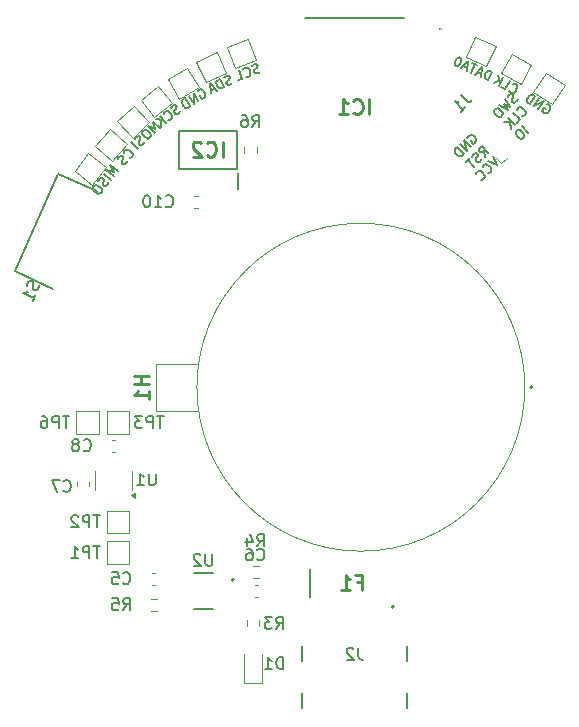
<source format=gbo>
%TF.GenerationSoftware,KiCad,Pcbnew,8.0.0*%
%TF.CreationDate,2024-03-14T21:51:16+01:00*%
%TF.ProjectId,BAT2024,42415432-3032-4342-9e6b-696361645f70,1.0*%
%TF.SameCoordinates,Original*%
%TF.FileFunction,Legend,Bot*%
%TF.FilePolarity,Positive*%
%FSLAX46Y46*%
G04 Gerber Fmt 4.6, Leading zero omitted, Abs format (unit mm)*
G04 Created by KiCad (PCBNEW 8.0.0) date 2024-03-14 21:51:16*
%MOMM*%
%LPD*%
G01*
G04 APERTURE LIST*
%ADD10C,0.200000*%
%ADD11C,0.254000*%
%ADD12C,0.150000*%
%ADD13C,0.100000*%
%ADD14C,0.120000*%
%ADD15C,0.127000*%
G04 APERTURE END LIST*
D10*
X100959984Y-34272533D02*
X101005672Y-34200638D01*
X101005672Y-34200638D02*
X101103634Y-34141776D01*
X101103634Y-34141776D02*
X101221216Y-34115569D01*
X101221216Y-34115569D02*
X101325765Y-34141636D01*
X101325765Y-34141636D02*
X101397660Y-34187323D01*
X101397660Y-34187323D02*
X101508796Y-34298319D01*
X101508796Y-34298319D02*
X101567658Y-34396281D01*
X101567658Y-34396281D02*
X101613486Y-34546517D01*
X101613486Y-34546517D02*
X101620073Y-34631446D01*
X101620073Y-34631446D02*
X101594006Y-34735995D01*
X101594006Y-34735995D02*
X101515664Y-34827510D01*
X101515664Y-34827510D02*
X101450356Y-34866751D01*
X101450356Y-34866751D02*
X101332774Y-34892959D01*
X101332774Y-34892959D02*
X101280499Y-34879925D01*
X101280499Y-34879925D02*
X101143156Y-34651347D01*
X101143156Y-34651347D02*
X101273772Y-34572865D01*
X101025854Y-35121818D02*
X100613824Y-34436084D01*
X100613824Y-34436084D02*
X100634006Y-35357264D01*
X100634006Y-35357264D02*
X100221976Y-34671530D01*
X100307467Y-35553469D02*
X99895436Y-34867735D01*
X99895436Y-34867735D02*
X99732166Y-34965837D01*
X99732166Y-34965837D02*
X99653825Y-35057353D01*
X99653825Y-35057353D02*
X99627758Y-35161902D01*
X99627758Y-35161902D02*
X99634345Y-35246830D01*
X99634345Y-35246830D02*
X99680173Y-35397067D01*
X99680173Y-35397067D02*
X99739034Y-35495029D01*
X99739034Y-35495029D02*
X99850170Y-35606024D01*
X99850170Y-35606024D02*
X99922065Y-35651712D01*
X99922065Y-35651712D02*
X100026614Y-35677779D01*
X100026614Y-35677779D02*
X100144197Y-35651571D01*
X100144197Y-35651571D02*
X100307467Y-35553469D01*
X128965111Y-37776200D02*
X128399425Y-37210515D01*
X128022302Y-37587638D02*
X127914552Y-37695388D01*
X127914552Y-37695388D02*
X127887615Y-37776200D01*
X127887615Y-37776200D02*
X127887615Y-37883950D01*
X127887615Y-37883950D02*
X127968427Y-38018637D01*
X127968427Y-38018637D02*
X128156989Y-38207198D01*
X128156989Y-38207198D02*
X128291676Y-38288011D01*
X128291676Y-38288011D02*
X128399426Y-38288011D01*
X128399426Y-38288011D02*
X128480238Y-38261073D01*
X128480238Y-38261073D02*
X128587987Y-38153324D01*
X128587987Y-38153324D02*
X128614925Y-38072511D01*
X128614925Y-38072511D02*
X128614925Y-37964762D01*
X128614925Y-37964762D02*
X128534113Y-37830075D01*
X128534113Y-37830075D02*
X128345551Y-37641513D01*
X128345551Y-37641513D02*
X128210864Y-37560701D01*
X128210864Y-37560701D02*
X128103114Y-37560701D01*
X128103114Y-37560701D02*
X128022302Y-37587638D01*
X97728503Y-37414411D02*
X97182905Y-36829328D01*
X97182905Y-36829328D02*
X97377590Y-37429111D01*
X97377590Y-37429111D02*
X96792849Y-37193061D01*
X96792849Y-37193061D02*
X97338448Y-37778144D01*
X96402794Y-37556793D02*
X96291350Y-37660717D01*
X96291350Y-37660717D02*
X96261608Y-37740540D01*
X96261608Y-37740540D02*
X96257848Y-37848224D01*
X96257848Y-37848224D02*
X96333910Y-37985649D01*
X96333910Y-37985649D02*
X96515777Y-38180677D01*
X96515777Y-38180677D02*
X96647561Y-38266140D01*
X96647561Y-38266140D02*
X96755245Y-38269901D01*
X96755245Y-38269901D02*
X96836948Y-38245800D01*
X96836948Y-38245800D02*
X96948393Y-38141876D01*
X96948393Y-38141876D02*
X96978134Y-38062054D01*
X96978134Y-38062054D02*
X96981894Y-37954370D01*
X96981894Y-37954370D02*
X96905832Y-37816944D01*
X96905832Y-37816944D02*
X96723966Y-37621917D01*
X96723966Y-37621917D02*
X96592181Y-37536453D01*
X96592181Y-37536453D02*
X96484497Y-37532693D01*
X96484497Y-37532693D02*
X96402794Y-37556793D01*
X96448773Y-38555690D02*
X96391171Y-38661494D01*
X96391171Y-38661494D02*
X96251865Y-38791399D01*
X96251865Y-38791399D02*
X96170162Y-38815499D01*
X96170162Y-38815499D02*
X96116320Y-38813619D01*
X96116320Y-38813619D02*
X96036498Y-38783878D01*
X96036498Y-38783878D02*
X95984536Y-38728156D01*
X95984536Y-38728156D02*
X95960435Y-38646452D01*
X95960435Y-38646452D02*
X95962315Y-38592610D01*
X95962315Y-38592610D02*
X95992057Y-38512788D01*
X95992057Y-38512788D02*
X96077520Y-38381003D01*
X96077520Y-38381003D02*
X96107261Y-38301180D01*
X96107261Y-38301180D02*
X96109142Y-38247338D01*
X96109142Y-38247338D02*
X96085041Y-38165635D01*
X96085041Y-38165635D02*
X96033079Y-38109913D01*
X96033079Y-38109913D02*
X95953256Y-38080172D01*
X95953256Y-38080172D02*
X95899414Y-38078291D01*
X95899414Y-38078291D02*
X95817711Y-38102392D01*
X95817711Y-38102392D02*
X95678406Y-38232296D01*
X95678406Y-38232296D02*
X95620803Y-38338100D01*
X95889671Y-39129150D02*
X95344072Y-38544067D01*
X130545869Y-35365754D02*
X130630516Y-35375301D01*
X130630516Y-35375301D02*
X130726364Y-35437546D01*
X130726364Y-35437546D02*
X130801464Y-35531739D01*
X130801464Y-35531739D02*
X130823866Y-35637134D01*
X130823866Y-35637134D02*
X130814319Y-35721781D01*
X130814319Y-35721781D02*
X130763276Y-35870327D01*
X130763276Y-35870327D02*
X130701032Y-35966175D01*
X130701032Y-35966175D02*
X130586090Y-36073224D01*
X130586090Y-36073224D02*
X130512644Y-36116375D01*
X130512644Y-36116375D02*
X130407249Y-36138777D01*
X130407249Y-36138777D02*
X130290653Y-36108482D01*
X130290653Y-36108482D02*
X130226754Y-36066986D01*
X130226754Y-36066986D02*
X130151654Y-35972792D01*
X130151654Y-35972792D02*
X130140453Y-35920094D01*
X130140453Y-35920094D02*
X130285690Y-35696449D01*
X130285690Y-35696449D02*
X130413487Y-35779442D01*
X129811412Y-35797260D02*
X130247124Y-35126323D01*
X130247124Y-35126323D02*
X129428020Y-35548282D01*
X129428020Y-35548282D02*
X129863731Y-34877345D01*
X129108527Y-35340800D02*
X129544238Y-34669864D01*
X129544238Y-34669864D02*
X129384491Y-34566123D01*
X129384491Y-34566123D02*
X129267895Y-34535828D01*
X129267895Y-34535828D02*
X129162500Y-34558231D01*
X129162500Y-34558231D02*
X129089054Y-34601381D01*
X129089054Y-34601381D02*
X128974112Y-34708430D01*
X128974112Y-34708430D02*
X128911868Y-34804278D01*
X128911868Y-34804278D02*
X128860825Y-34952824D01*
X128860825Y-34952824D02*
X128851278Y-35037471D01*
X128851278Y-35037471D02*
X128873680Y-35142866D01*
X128873680Y-35142866D02*
X128948780Y-35237060D01*
X128948780Y-35237060D02*
X129108527Y-35340800D01*
X125922616Y-39776979D02*
X126299739Y-40531227D01*
X126299739Y-40531227D02*
X125545492Y-40154103D01*
X125545492Y-41177724D02*
X125599367Y-41177724D01*
X125599367Y-41177724D02*
X125707117Y-41123849D01*
X125707117Y-41123849D02*
X125760992Y-41069974D01*
X125760992Y-41069974D02*
X125814866Y-40962225D01*
X125814866Y-40962225D02*
X125814866Y-40854475D01*
X125814866Y-40854475D02*
X125787929Y-40773663D01*
X125787929Y-40773663D02*
X125707117Y-40638976D01*
X125707117Y-40638976D02*
X125626305Y-40558164D01*
X125626305Y-40558164D02*
X125491618Y-40477352D01*
X125491618Y-40477352D02*
X125410805Y-40450414D01*
X125410805Y-40450414D02*
X125303056Y-40450414D01*
X125303056Y-40450414D02*
X125195306Y-40504289D01*
X125195306Y-40504289D02*
X125141431Y-40558164D01*
X125141431Y-40558164D02*
X125087557Y-40665913D01*
X125087557Y-40665913D02*
X125087557Y-40719788D01*
X124979807Y-41743409D02*
X125033682Y-41743409D01*
X125033682Y-41743409D02*
X125141431Y-41689535D01*
X125141431Y-41689535D02*
X125195306Y-41635660D01*
X125195306Y-41635660D02*
X125249181Y-41527910D01*
X125249181Y-41527910D02*
X125249181Y-41420161D01*
X125249181Y-41420161D02*
X125222244Y-41339348D01*
X125222244Y-41339348D02*
X125141431Y-41204661D01*
X125141431Y-41204661D02*
X125060619Y-41123849D01*
X125060619Y-41123849D02*
X124925932Y-41043037D01*
X124925932Y-41043037D02*
X124845120Y-41016100D01*
X124845120Y-41016100D02*
X124737370Y-41016100D01*
X124737370Y-41016100D02*
X124629621Y-41069974D01*
X124629621Y-41069974D02*
X124575746Y-41123849D01*
X124575746Y-41123849D02*
X124521871Y-41231599D01*
X124521871Y-41231599D02*
X124521871Y-41285474D01*
X103893605Y-33571336D02*
X103805407Y-33653394D01*
X103805407Y-33653394D02*
X103632081Y-33732383D01*
X103632081Y-33732383D02*
X103546953Y-33729314D01*
X103546953Y-33729314D02*
X103496490Y-33710447D01*
X103496490Y-33710447D02*
X103430229Y-33656914D01*
X103430229Y-33656914D02*
X103398633Y-33587584D01*
X103398633Y-33587584D02*
X103401703Y-33502455D01*
X103401703Y-33502455D02*
X103420570Y-33451992D01*
X103420570Y-33451992D02*
X103474103Y-33385732D01*
X103474103Y-33385732D02*
X103596966Y-33287875D01*
X103596966Y-33287875D02*
X103650498Y-33221614D01*
X103650498Y-33221614D02*
X103669366Y-33171151D01*
X103669366Y-33171151D02*
X103672435Y-33086023D01*
X103672435Y-33086023D02*
X103640839Y-33016693D01*
X103640839Y-33016693D02*
X103574578Y-32963160D01*
X103574578Y-32963160D02*
X103524115Y-32944293D01*
X103524115Y-32944293D02*
X103438987Y-32941223D01*
X103438987Y-32941223D02*
X103265661Y-33020212D01*
X103265661Y-33020212D02*
X103177464Y-33102271D01*
X103181433Y-33937755D02*
X102849679Y-33209786D01*
X102849679Y-33209786D02*
X102676353Y-33288776D01*
X102676353Y-33288776D02*
X102588155Y-33370834D01*
X102588155Y-33370834D02*
X102550420Y-33471760D01*
X102550420Y-33471760D02*
X102547351Y-33556889D01*
X102547351Y-33556889D02*
X102575877Y-33711347D01*
X102575877Y-33711347D02*
X102623271Y-33815343D01*
X102623271Y-33815343D02*
X102721127Y-33938206D01*
X102721127Y-33938206D02*
X102787388Y-33991738D01*
X102787388Y-33991738D02*
X102888314Y-34029473D01*
X102888314Y-34029473D02*
X103008107Y-34016745D01*
X103008107Y-34016745D02*
X103181433Y-33937755D01*
X102393343Y-34045721D02*
X102046691Y-34203699D01*
X102557460Y-34222117D02*
X101983049Y-33604732D01*
X101983049Y-33604732D02*
X102072147Y-34443286D01*
X106218882Y-32606956D02*
X106125839Y-32683477D01*
X106125839Y-32683477D02*
X105948014Y-32751738D01*
X105948014Y-32751738D02*
X105863232Y-32743477D01*
X105863232Y-32743477D02*
X105814015Y-32721564D01*
X105814015Y-32721564D02*
X105751146Y-32664086D01*
X105751146Y-32664086D02*
X105723841Y-32592956D01*
X105723841Y-32592956D02*
X105732102Y-32508174D01*
X105732102Y-32508174D02*
X105754015Y-32458957D01*
X105754015Y-32458957D02*
X105811493Y-32396088D01*
X105811493Y-32396088D02*
X105940101Y-32305915D01*
X105940101Y-32305915D02*
X105997578Y-32243045D01*
X105997578Y-32243045D02*
X106019491Y-32193828D01*
X106019491Y-32193828D02*
X106027752Y-32109046D01*
X106027752Y-32109046D02*
X106000448Y-32037916D01*
X106000448Y-32037916D02*
X105937579Y-31980439D01*
X105937579Y-31980439D02*
X105888361Y-31958526D01*
X105888361Y-31958526D02*
X105803579Y-31950265D01*
X105803579Y-31950265D02*
X105625755Y-32018525D01*
X105625755Y-32018525D02*
X105532712Y-32095047D01*
X105031585Y-33021911D02*
X105080802Y-33043824D01*
X105080802Y-33043824D02*
X105201149Y-33038432D01*
X105201149Y-33038432D02*
X105272279Y-33011128D01*
X105272279Y-33011128D02*
X105365322Y-32934607D01*
X105365322Y-32934607D02*
X105409148Y-32836172D01*
X105409148Y-32836172D02*
X105417409Y-32751390D01*
X105417409Y-32751390D02*
X105398365Y-32595478D01*
X105398365Y-32595478D02*
X105357409Y-32488784D01*
X105357409Y-32488784D02*
X105267235Y-32360176D01*
X105267235Y-32360176D02*
X105204366Y-32302698D01*
X105204366Y-32302698D02*
X105105932Y-32258872D01*
X105105932Y-32258872D02*
X104985585Y-32264264D01*
X104985585Y-32264264D02*
X104914455Y-32291568D01*
X104914455Y-32291568D02*
X104821412Y-32368089D01*
X104821412Y-32368089D02*
X104799499Y-32417306D01*
X104383155Y-33352431D02*
X104738805Y-33215910D01*
X104738805Y-33215910D02*
X104452110Y-32469045D01*
X99482680Y-35971308D02*
X99416076Y-36071689D01*
X99416076Y-36071689D02*
X99265978Y-36188958D01*
X99265978Y-36188958D02*
X99182486Y-36205846D01*
X99182486Y-36205846D02*
X99129012Y-36199280D01*
X99129012Y-36199280D02*
X99052085Y-36162695D01*
X99052085Y-36162695D02*
X99005178Y-36102656D01*
X99005178Y-36102656D02*
X98988290Y-36019164D01*
X98988290Y-36019164D02*
X98994856Y-35965690D01*
X98994856Y-35965690D02*
X99031441Y-35888763D01*
X99031441Y-35888763D02*
X99128065Y-35764929D01*
X99128065Y-35764929D02*
X99164650Y-35688002D01*
X99164650Y-35688002D02*
X99171216Y-35634529D01*
X99171216Y-35634529D02*
X99154327Y-35551036D01*
X99154327Y-35551036D02*
X99107420Y-35490997D01*
X99107420Y-35490997D02*
X99030493Y-35454412D01*
X99030493Y-35454412D02*
X98977020Y-35447846D01*
X98977020Y-35447846D02*
X98893527Y-35464734D01*
X98893527Y-35464734D02*
X98743430Y-35582003D01*
X98743430Y-35582003D02*
X98676825Y-35682384D01*
X98468584Y-36715264D02*
X98522057Y-36721829D01*
X98522057Y-36721829D02*
X98635570Y-36681487D01*
X98635570Y-36681487D02*
X98695608Y-36634580D01*
X98695608Y-36634580D02*
X98762213Y-36534199D01*
X98762213Y-36534199D02*
X98775344Y-36427253D01*
X98775344Y-36427253D02*
X98758456Y-36343760D01*
X98758456Y-36343760D02*
X98694661Y-36200228D01*
X98694661Y-36200228D02*
X98624299Y-36110170D01*
X98624299Y-36110170D02*
X98500465Y-36013546D01*
X98500465Y-36013546D02*
X98423538Y-35976961D01*
X98423538Y-35976961D02*
X98316591Y-35963829D01*
X98316591Y-35963829D02*
X98203079Y-36004171D01*
X98203079Y-36004171D02*
X98143040Y-36051079D01*
X98143040Y-36051079D02*
X98076436Y-36151459D01*
X98076436Y-36151459D02*
X98069870Y-36204933D01*
X98245317Y-36986386D02*
X97752787Y-36355978D01*
X97885083Y-37267832D02*
X97873813Y-36696514D01*
X97392554Y-36637423D02*
X98034233Y-36716211D01*
X125554806Y-33346112D02*
X125880195Y-32615276D01*
X125880195Y-32615276D02*
X125706186Y-32537802D01*
X125706186Y-32537802D02*
X125586286Y-32526119D01*
X125586286Y-32526119D02*
X125485694Y-32564733D01*
X125485694Y-32564733D02*
X125419902Y-32618842D01*
X125419902Y-32618842D02*
X125323122Y-32742554D01*
X125323122Y-32742554D02*
X125276638Y-32846960D01*
X125276638Y-32846960D02*
X125249460Y-33001661D01*
X125249460Y-33001661D02*
X125253273Y-33086759D01*
X125253273Y-33086759D02*
X125291887Y-33187352D01*
X125291887Y-33187352D02*
X125380797Y-33268638D01*
X125380797Y-33268638D02*
X125554806Y-33346112D01*
X124951740Y-32827407D02*
X124603722Y-32672460D01*
X124928375Y-33067207D02*
X125010152Y-32227907D01*
X125010152Y-32227907D02*
X124441150Y-32850281D01*
X124627333Y-32057465D02*
X124209712Y-31871529D01*
X124093133Y-32695333D02*
X124418523Y-31964497D01*
X123768481Y-32300586D02*
X123420463Y-32145639D01*
X123745116Y-32540386D02*
X123826893Y-31701087D01*
X123826893Y-31701087D02*
X123257892Y-32323460D01*
X123200462Y-31422182D02*
X123130859Y-31391192D01*
X123130859Y-31391192D02*
X123045760Y-31395004D01*
X123045760Y-31395004D02*
X122995464Y-31414311D01*
X122995464Y-31414311D02*
X122929673Y-31468420D01*
X122929673Y-31468420D02*
X122832892Y-31592132D01*
X122832892Y-31592132D02*
X122755418Y-31766141D01*
X122755418Y-31766141D02*
X122728241Y-31920843D01*
X122728241Y-31920843D02*
X122732054Y-32005941D01*
X122732054Y-32005941D02*
X122751361Y-32056237D01*
X122751361Y-32056237D02*
X122805469Y-32122028D01*
X122805469Y-32122028D02*
X122875073Y-32153018D01*
X122875073Y-32153018D02*
X122960171Y-32149206D01*
X122960171Y-32149206D02*
X123010467Y-32129899D01*
X123010467Y-32129899D02*
X123076259Y-32075790D01*
X123076259Y-32075790D02*
X123173039Y-31952078D01*
X123173039Y-31952078D02*
X123250513Y-31778069D01*
X123250513Y-31778069D02*
X123277690Y-31623367D01*
X123277690Y-31623367D02*
X123273878Y-31538269D01*
X123273878Y-31538269D02*
X123254571Y-31487973D01*
X123254571Y-31487973D02*
X123200462Y-31422182D01*
X123797861Y-38190973D02*
X123824799Y-38110160D01*
X123824799Y-38110160D02*
X123905611Y-38029348D01*
X123905611Y-38029348D02*
X124013360Y-37975473D01*
X124013360Y-37975473D02*
X124121110Y-37975473D01*
X124121110Y-37975473D02*
X124201922Y-38002411D01*
X124201922Y-38002411D02*
X124336609Y-38083223D01*
X124336609Y-38083223D02*
X124417421Y-38164035D01*
X124417421Y-38164035D02*
X124498234Y-38298722D01*
X124498234Y-38298722D02*
X124525171Y-38379534D01*
X124525171Y-38379534D02*
X124525171Y-38487284D01*
X124525171Y-38487284D02*
X124471296Y-38595034D01*
X124471296Y-38595034D02*
X124417421Y-38648908D01*
X124417421Y-38648908D02*
X124309672Y-38702783D01*
X124309672Y-38702783D02*
X124255797Y-38702783D01*
X124255797Y-38702783D02*
X124067235Y-38514221D01*
X124067235Y-38514221D02*
X124174985Y-38406472D01*
X124067235Y-38999095D02*
X123501550Y-38433409D01*
X123501550Y-38433409D02*
X123743986Y-39322344D01*
X123743986Y-39322344D02*
X123178301Y-38756658D01*
X123474613Y-39591717D02*
X122908927Y-39026032D01*
X122908927Y-39026032D02*
X122774240Y-39160719D01*
X122774240Y-39160719D02*
X122720365Y-39268469D01*
X122720365Y-39268469D02*
X122720365Y-39376218D01*
X122720365Y-39376218D02*
X122747303Y-39457030D01*
X122747303Y-39457030D02*
X122828115Y-39591717D01*
X122828115Y-39591717D02*
X122908927Y-39672530D01*
X122908927Y-39672530D02*
X123043614Y-39753342D01*
X123043614Y-39753342D02*
X123124426Y-39780279D01*
X123124426Y-39780279D02*
X123232176Y-39780279D01*
X123232176Y-39780279D02*
X123339926Y-39726404D01*
X123339926Y-39726404D02*
X123474613Y-39591717D01*
X128446566Y-36348517D02*
X128500441Y-36348517D01*
X128500441Y-36348517D02*
X128608191Y-36294642D01*
X128608191Y-36294642D02*
X128662065Y-36240768D01*
X128662065Y-36240768D02*
X128715940Y-36133018D01*
X128715940Y-36133018D02*
X128715940Y-36025268D01*
X128715940Y-36025268D02*
X128689003Y-35944456D01*
X128689003Y-35944456D02*
X128608191Y-35809769D01*
X128608191Y-35809769D02*
X128527378Y-35728957D01*
X128527378Y-35728957D02*
X128392691Y-35648145D01*
X128392691Y-35648145D02*
X128311879Y-35621207D01*
X128311879Y-35621207D02*
X128204130Y-35621207D01*
X128204130Y-35621207D02*
X128096380Y-35675082D01*
X128096380Y-35675082D02*
X128042505Y-35728957D01*
X128042505Y-35728957D02*
X127988630Y-35836707D01*
X127988630Y-35836707D02*
X127988630Y-35890581D01*
X127988630Y-36914203D02*
X128258004Y-36644829D01*
X128258004Y-36644829D02*
X127692319Y-36079143D01*
X127800069Y-37102764D02*
X127234383Y-36537079D01*
X127476820Y-37426013D02*
X127396008Y-36860328D01*
X126911134Y-36860328D02*
X127557632Y-36860328D01*
X128045873Y-34964608D02*
X127991998Y-35072358D01*
X127991998Y-35072358D02*
X127857311Y-35207045D01*
X127857311Y-35207045D02*
X127776499Y-35233982D01*
X127776499Y-35233982D02*
X127722624Y-35233982D01*
X127722624Y-35233982D02*
X127641812Y-35207045D01*
X127641812Y-35207045D02*
X127587937Y-35153170D01*
X127587937Y-35153170D02*
X127561000Y-35072358D01*
X127561000Y-35072358D02*
X127561000Y-35018483D01*
X127561000Y-35018483D02*
X127587937Y-34937671D01*
X127587937Y-34937671D02*
X127668749Y-34802984D01*
X127668749Y-34802984D02*
X127695687Y-34722172D01*
X127695687Y-34722172D02*
X127695687Y-34668297D01*
X127695687Y-34668297D02*
X127668749Y-34587485D01*
X127668749Y-34587485D02*
X127614874Y-34533610D01*
X127614874Y-34533610D02*
X127534062Y-34506673D01*
X127534062Y-34506673D02*
X127480187Y-34506673D01*
X127480187Y-34506673D02*
X127399375Y-34533610D01*
X127399375Y-34533610D02*
X127264688Y-34668297D01*
X127264688Y-34668297D02*
X127210813Y-34776047D01*
X126995314Y-34937671D02*
X127426312Y-35638044D01*
X127426312Y-35638044D02*
X126914502Y-35341732D01*
X126914502Y-35341732D02*
X127210813Y-35853543D01*
X127210813Y-35853543D02*
X126510441Y-35422544D01*
X126187192Y-35745793D02*
X126079442Y-35853543D01*
X126079442Y-35853543D02*
X126052505Y-35934355D01*
X126052505Y-35934355D02*
X126052505Y-36042105D01*
X126052505Y-36042105D02*
X126133317Y-36176792D01*
X126133317Y-36176792D02*
X126321879Y-36365354D01*
X126321879Y-36365354D02*
X126456566Y-36446166D01*
X126456566Y-36446166D02*
X126564315Y-36446166D01*
X126564315Y-36446166D02*
X126645128Y-36419228D01*
X126645128Y-36419228D02*
X126752877Y-36311479D01*
X126752877Y-36311479D02*
X126779815Y-36230667D01*
X126779815Y-36230667D02*
X126779815Y-36122917D01*
X126779815Y-36122917D02*
X126699002Y-35988230D01*
X126699002Y-35988230D02*
X126510441Y-35799668D01*
X126510441Y-35799668D02*
X126375754Y-35718856D01*
X126375754Y-35718856D02*
X126268004Y-35718856D01*
X126268004Y-35718856D02*
X126187192Y-35745793D01*
X94188879Y-41026254D02*
X93558471Y-40533725D01*
X93558471Y-40533725D02*
X93844586Y-41095668D01*
X93844586Y-41095668D02*
X93230118Y-40953997D01*
X93230118Y-40953997D02*
X93860527Y-41446527D01*
X93625989Y-41746721D02*
X92995580Y-41254192D01*
X93384886Y-41993442D02*
X93344544Y-42106955D01*
X93344544Y-42106955D02*
X93227275Y-42257052D01*
X93227275Y-42257052D02*
X93150348Y-42293637D01*
X93150348Y-42293637D02*
X93096875Y-42300203D01*
X93096875Y-42300203D02*
X93013382Y-42283315D01*
X93013382Y-42283315D02*
X92953343Y-42236407D01*
X92953343Y-42236407D02*
X92916758Y-42159480D01*
X92916758Y-42159480D02*
X92910192Y-42106007D01*
X92910192Y-42106007D02*
X92927080Y-42022514D01*
X92927080Y-42022514D02*
X92990876Y-41878983D01*
X92990876Y-41878983D02*
X93007764Y-41795490D01*
X93007764Y-41795490D02*
X93001198Y-41742017D01*
X93001198Y-41742017D02*
X92964613Y-41665090D01*
X92964613Y-41665090D02*
X92904574Y-41618182D01*
X92904574Y-41618182D02*
X92821082Y-41601294D01*
X92821082Y-41601294D02*
X92767608Y-41607860D01*
X92767608Y-41607860D02*
X92690681Y-41644445D01*
X92690681Y-41644445D02*
X92573412Y-41794542D01*
X92573412Y-41794542D02*
X92533071Y-41908054D01*
X92198152Y-42274854D02*
X92104337Y-42394931D01*
X92104337Y-42394931D02*
X92087449Y-42478424D01*
X92087449Y-42478424D02*
X92100580Y-42585371D01*
X92100580Y-42585371D02*
X92197204Y-42709205D01*
X92197204Y-42709205D02*
X92407340Y-42873382D01*
X92407340Y-42873382D02*
X92550872Y-42937177D01*
X92550872Y-42937177D02*
X92657818Y-42924046D01*
X92657818Y-42924046D02*
X92734745Y-42887461D01*
X92734745Y-42887461D02*
X92828561Y-42767383D01*
X92828561Y-42767383D02*
X92845449Y-42683890D01*
X92845449Y-42683890D02*
X92832317Y-42576944D01*
X92832317Y-42576944D02*
X92735693Y-42453109D01*
X92735693Y-42453109D02*
X92525557Y-42288933D01*
X92525557Y-42288933D02*
X92382025Y-42225137D01*
X92382025Y-42225137D02*
X92275079Y-42238268D01*
X92275079Y-42238268D02*
X92198152Y-42274854D01*
X127331917Y-34206122D02*
X127346767Y-34257910D01*
X127346767Y-34257910D02*
X127428254Y-34346635D01*
X127428254Y-34346635D02*
X127494892Y-34383573D01*
X127494892Y-34383573D02*
X127613317Y-34405661D01*
X127613317Y-34405661D02*
X127716893Y-34375961D01*
X127716893Y-34375961D02*
X127787150Y-34327793D01*
X127787150Y-34327793D02*
X127894344Y-34212986D01*
X127894344Y-34212986D02*
X127949751Y-34113030D01*
X127949751Y-34113030D02*
X127990308Y-33961285D01*
X127990308Y-33961285D02*
X127993927Y-33876179D01*
X127993927Y-33876179D02*
X127964227Y-33772603D01*
X127964227Y-33772603D02*
X127882740Y-33683878D01*
X127882740Y-33683878D02*
X127816102Y-33646940D01*
X127816102Y-33646940D02*
X127697676Y-33624852D01*
X127697676Y-33624852D02*
X127645889Y-33639702D01*
X126661921Y-33921850D02*
X126995109Y-34106539D01*
X126995109Y-34106539D02*
X127382957Y-33406843D01*
X126428689Y-33792567D02*
X126816537Y-33092872D01*
X126028863Y-33570940D02*
X126550360Y-33337334D01*
X126416710Y-32871244D02*
X126594909Y-33492698D01*
X95190712Y-39927320D02*
X95244513Y-39924500D01*
X95244513Y-39924500D02*
X95349296Y-39865060D01*
X95349296Y-39865060D02*
X95400277Y-39808439D01*
X95400277Y-39808439D02*
X95448439Y-39698018D01*
X95448439Y-39698018D02*
X95442800Y-39590416D01*
X95442800Y-39590416D02*
X95411670Y-39511124D01*
X95411670Y-39511124D02*
X95323919Y-39380851D01*
X95323919Y-39380851D02*
X95238989Y-39304379D01*
X95238989Y-39304379D02*
X95100257Y-39230727D01*
X95100257Y-39230727D02*
X95018146Y-39208056D01*
X95018146Y-39208056D02*
X94910544Y-39213695D01*
X94910544Y-39213695D02*
X94805761Y-39273135D01*
X94805761Y-39273135D02*
X94754780Y-39329755D01*
X94754780Y-39329755D02*
X94706618Y-39440177D01*
X94706618Y-39440177D02*
X94709438Y-39493978D01*
X95015097Y-40179293D02*
X94966935Y-40289714D01*
X94966935Y-40289714D02*
X94839482Y-40431266D01*
X94839482Y-40431266D02*
X94760190Y-40462395D01*
X94760190Y-40462395D02*
X94706389Y-40465215D01*
X94706389Y-40465215D02*
X94624278Y-40442544D01*
X94624278Y-40442544D02*
X94567657Y-40391563D01*
X94567657Y-40391563D02*
X94536528Y-40312271D01*
X94536528Y-40312271D02*
X94533708Y-40258470D01*
X94533708Y-40258470D02*
X94556379Y-40176359D01*
X94556379Y-40176359D02*
X94630032Y-40037627D01*
X94630032Y-40037627D02*
X94652703Y-39955516D01*
X94652703Y-39955516D02*
X94649883Y-39901715D01*
X94649883Y-39901715D02*
X94618753Y-39822423D01*
X94618753Y-39822423D02*
X94562133Y-39771442D01*
X94562133Y-39771442D02*
X94480021Y-39748770D01*
X94480021Y-39748770D02*
X94426220Y-39751590D01*
X94426220Y-39751590D02*
X94346929Y-39782720D01*
X94346929Y-39782720D02*
X94219475Y-39924271D01*
X94219475Y-39924271D02*
X94171314Y-40034693D01*
X125252482Y-39793747D02*
X125171669Y-39335812D01*
X125575730Y-39470499D02*
X125010045Y-38904813D01*
X125010045Y-38904813D02*
X124794546Y-39120312D01*
X124794546Y-39120312D02*
X124767608Y-39201125D01*
X124767608Y-39201125D02*
X124767608Y-39254999D01*
X124767608Y-39254999D02*
X124794546Y-39335812D01*
X124794546Y-39335812D02*
X124875358Y-39416624D01*
X124875358Y-39416624D02*
X124956170Y-39443561D01*
X124956170Y-39443561D02*
X125010045Y-39443561D01*
X125010045Y-39443561D02*
X125090857Y-39416624D01*
X125090857Y-39416624D02*
X125306356Y-39201125D01*
X125010045Y-39982309D02*
X124956170Y-40090059D01*
X124956170Y-40090059D02*
X124821483Y-40224746D01*
X124821483Y-40224746D02*
X124740671Y-40251683D01*
X124740671Y-40251683D02*
X124686796Y-40251683D01*
X124686796Y-40251683D02*
X124605984Y-40224746D01*
X124605984Y-40224746D02*
X124552109Y-40170871D01*
X124552109Y-40170871D02*
X124525172Y-40090059D01*
X124525172Y-40090059D02*
X124525172Y-40036184D01*
X124525172Y-40036184D02*
X124552109Y-39955372D01*
X124552109Y-39955372D02*
X124632921Y-39820685D01*
X124632921Y-39820685D02*
X124659859Y-39739873D01*
X124659859Y-39739873D02*
X124659859Y-39685998D01*
X124659859Y-39685998D02*
X124632921Y-39605186D01*
X124632921Y-39605186D02*
X124579046Y-39551311D01*
X124579046Y-39551311D02*
X124498234Y-39524373D01*
X124498234Y-39524373D02*
X124444359Y-39524373D01*
X124444359Y-39524373D02*
X124363547Y-39551311D01*
X124363547Y-39551311D02*
X124228860Y-39685998D01*
X124228860Y-39685998D02*
X124174985Y-39793747D01*
X123986423Y-39928435D02*
X123663175Y-40251683D01*
X124390485Y-40655744D02*
X123824799Y-40090059D01*
D11*
X96802318Y-58360380D02*
X95532318Y-58360380D01*
X96137080Y-58360380D02*
X96137080Y-59086095D01*
X96802318Y-59086095D02*
X95532318Y-59086095D01*
X96802318Y-60356095D02*
X96802318Y-59630380D01*
X96802318Y-59993237D02*
X95532318Y-59993237D01*
X95532318Y-59993237D02*
X95713746Y-59872285D01*
X95713746Y-59872285D02*
X95834699Y-59751333D01*
X95834699Y-59751333D02*
X95895175Y-59630380D01*
D12*
X97389904Y-66645319D02*
X97389904Y-67454842D01*
X97389904Y-67454842D02*
X97342285Y-67550080D01*
X97342285Y-67550080D02*
X97294666Y-67597700D01*
X97294666Y-67597700D02*
X97199428Y-67645319D01*
X97199428Y-67645319D02*
X97008952Y-67645319D01*
X97008952Y-67645319D02*
X96913714Y-67597700D01*
X96913714Y-67597700D02*
X96866095Y-67550080D01*
X96866095Y-67550080D02*
X96818476Y-67454842D01*
X96818476Y-67454842D02*
X96818476Y-66645319D01*
X95818476Y-67645319D02*
X96389904Y-67645319D01*
X96104190Y-67645319D02*
X96104190Y-66645319D01*
X96104190Y-66645319D02*
X96199428Y-66788176D01*
X96199428Y-66788176D02*
X96294666Y-66883414D01*
X96294666Y-66883414D02*
X96389904Y-66931033D01*
X91294666Y-64637580D02*
X91342285Y-64685200D01*
X91342285Y-64685200D02*
X91485142Y-64732819D01*
X91485142Y-64732819D02*
X91580380Y-64732819D01*
X91580380Y-64732819D02*
X91723237Y-64685200D01*
X91723237Y-64685200D02*
X91818475Y-64589961D01*
X91818475Y-64589961D02*
X91866094Y-64494723D01*
X91866094Y-64494723D02*
X91913713Y-64304247D01*
X91913713Y-64304247D02*
X91913713Y-64161390D01*
X91913713Y-64161390D02*
X91866094Y-63970914D01*
X91866094Y-63970914D02*
X91818475Y-63875676D01*
X91818475Y-63875676D02*
X91723237Y-63780438D01*
X91723237Y-63780438D02*
X91580380Y-63732819D01*
X91580380Y-63732819D02*
X91485142Y-63732819D01*
X91485142Y-63732819D02*
X91342285Y-63780438D01*
X91342285Y-63780438D02*
X91294666Y-63828057D01*
X90723237Y-64161390D02*
X90818475Y-64113771D01*
X90818475Y-64113771D02*
X90866094Y-64066152D01*
X90866094Y-64066152D02*
X90913713Y-63970914D01*
X90913713Y-63970914D02*
X90913713Y-63923295D01*
X90913713Y-63923295D02*
X90866094Y-63828057D01*
X90866094Y-63828057D02*
X90818475Y-63780438D01*
X90818475Y-63780438D02*
X90723237Y-63732819D01*
X90723237Y-63732819D02*
X90532761Y-63732819D01*
X90532761Y-63732819D02*
X90437523Y-63780438D01*
X90437523Y-63780438D02*
X90389904Y-63828057D01*
X90389904Y-63828057D02*
X90342285Y-63923295D01*
X90342285Y-63923295D02*
X90342285Y-63970914D01*
X90342285Y-63970914D02*
X90389904Y-64066152D01*
X90389904Y-64066152D02*
X90437523Y-64113771D01*
X90437523Y-64113771D02*
X90532761Y-64161390D01*
X90532761Y-64161390D02*
X90723237Y-64161390D01*
X90723237Y-64161390D02*
X90818475Y-64209009D01*
X90818475Y-64209009D02*
X90866094Y-64256628D01*
X90866094Y-64256628D02*
X90913713Y-64351866D01*
X90913713Y-64351866D02*
X90913713Y-64542342D01*
X90913713Y-64542342D02*
X90866094Y-64637580D01*
X90866094Y-64637580D02*
X90818475Y-64685200D01*
X90818475Y-64685200D02*
X90723237Y-64732819D01*
X90723237Y-64732819D02*
X90532761Y-64732819D01*
X90532761Y-64732819D02*
X90437523Y-64685200D01*
X90437523Y-64685200D02*
X90389904Y-64637580D01*
X90389904Y-64637580D02*
X90342285Y-64542342D01*
X90342285Y-64542342D02*
X90342285Y-64351866D01*
X90342285Y-64351866D02*
X90389904Y-64256628D01*
X90389904Y-64256628D02*
X90437523Y-64209009D01*
X90437523Y-64209009D02*
X90532761Y-64161390D01*
X98270857Y-43987580D02*
X98318476Y-44035200D01*
X98318476Y-44035200D02*
X98461333Y-44082819D01*
X98461333Y-44082819D02*
X98556571Y-44082819D01*
X98556571Y-44082819D02*
X98699428Y-44035200D01*
X98699428Y-44035200D02*
X98794666Y-43939961D01*
X98794666Y-43939961D02*
X98842285Y-43844723D01*
X98842285Y-43844723D02*
X98889904Y-43654247D01*
X98889904Y-43654247D02*
X98889904Y-43511390D01*
X98889904Y-43511390D02*
X98842285Y-43320914D01*
X98842285Y-43320914D02*
X98794666Y-43225676D01*
X98794666Y-43225676D02*
X98699428Y-43130438D01*
X98699428Y-43130438D02*
X98556571Y-43082819D01*
X98556571Y-43082819D02*
X98461333Y-43082819D01*
X98461333Y-43082819D02*
X98318476Y-43130438D01*
X98318476Y-43130438D02*
X98270857Y-43178057D01*
X97318476Y-44082819D02*
X97889904Y-44082819D01*
X97604190Y-44082819D02*
X97604190Y-43082819D01*
X97604190Y-43082819D02*
X97699428Y-43225676D01*
X97699428Y-43225676D02*
X97794666Y-43320914D01*
X97794666Y-43320914D02*
X97889904Y-43368533D01*
X96699428Y-43082819D02*
X96604190Y-43082819D01*
X96604190Y-43082819D02*
X96508952Y-43130438D01*
X96508952Y-43130438D02*
X96461333Y-43178057D01*
X96461333Y-43178057D02*
X96413714Y-43273295D01*
X96413714Y-43273295D02*
X96366095Y-43463771D01*
X96366095Y-43463771D02*
X96366095Y-43701866D01*
X96366095Y-43701866D02*
X96413714Y-43892342D01*
X96413714Y-43892342D02*
X96461333Y-43987580D01*
X96461333Y-43987580D02*
X96508952Y-44035200D01*
X96508952Y-44035200D02*
X96604190Y-44082819D01*
X96604190Y-44082819D02*
X96699428Y-44082819D01*
X96699428Y-44082819D02*
X96794666Y-44035200D01*
X96794666Y-44035200D02*
X96842285Y-43987580D01*
X96842285Y-43987580D02*
X96889904Y-43892342D01*
X96889904Y-43892342D02*
X96937523Y-43701866D01*
X96937523Y-43701866D02*
X96937523Y-43463771D01*
X96937523Y-43463771D02*
X96889904Y-43273295D01*
X96889904Y-43273295D02*
X96842285Y-43178057D01*
X96842285Y-43178057D02*
X96794666Y-43130438D01*
X96794666Y-43130438D02*
X96699428Y-43082819D01*
X90089904Y-61782819D02*
X89518476Y-61782819D01*
X89804190Y-62782819D02*
X89804190Y-61782819D01*
X89185142Y-62782819D02*
X89185142Y-61782819D01*
X89185142Y-61782819D02*
X88804190Y-61782819D01*
X88804190Y-61782819D02*
X88708952Y-61830438D01*
X88708952Y-61830438D02*
X88661333Y-61878057D01*
X88661333Y-61878057D02*
X88613714Y-61973295D01*
X88613714Y-61973295D02*
X88613714Y-62116152D01*
X88613714Y-62116152D02*
X88661333Y-62211390D01*
X88661333Y-62211390D02*
X88708952Y-62259009D01*
X88708952Y-62259009D02*
X88804190Y-62306628D01*
X88804190Y-62306628D02*
X89185142Y-62306628D01*
X87756571Y-61782819D02*
X87947047Y-61782819D01*
X87947047Y-61782819D02*
X88042285Y-61830438D01*
X88042285Y-61830438D02*
X88089904Y-61878057D01*
X88089904Y-61878057D02*
X88185142Y-62020914D01*
X88185142Y-62020914D02*
X88232761Y-62211390D01*
X88232761Y-62211390D02*
X88232761Y-62592342D01*
X88232761Y-62592342D02*
X88185142Y-62687580D01*
X88185142Y-62687580D02*
X88137523Y-62735200D01*
X88137523Y-62735200D02*
X88042285Y-62782819D01*
X88042285Y-62782819D02*
X87851809Y-62782819D01*
X87851809Y-62782819D02*
X87756571Y-62735200D01*
X87756571Y-62735200D02*
X87708952Y-62687580D01*
X87708952Y-62687580D02*
X87661333Y-62592342D01*
X87661333Y-62592342D02*
X87661333Y-62354247D01*
X87661333Y-62354247D02*
X87708952Y-62259009D01*
X87708952Y-62259009D02*
X87756571Y-62211390D01*
X87756571Y-62211390D02*
X87851809Y-62163771D01*
X87851809Y-62163771D02*
X88042285Y-62163771D01*
X88042285Y-62163771D02*
X88137523Y-62211390D01*
X88137523Y-62211390D02*
X88185142Y-62259009D01*
X88185142Y-62259009D02*
X88232761Y-62354247D01*
X89594666Y-68087580D02*
X89642285Y-68135200D01*
X89642285Y-68135200D02*
X89785142Y-68182819D01*
X89785142Y-68182819D02*
X89880380Y-68182819D01*
X89880380Y-68182819D02*
X90023237Y-68135200D01*
X90023237Y-68135200D02*
X90118475Y-68039961D01*
X90118475Y-68039961D02*
X90166094Y-67944723D01*
X90166094Y-67944723D02*
X90213713Y-67754247D01*
X90213713Y-67754247D02*
X90213713Y-67611390D01*
X90213713Y-67611390D02*
X90166094Y-67420914D01*
X90166094Y-67420914D02*
X90118475Y-67325676D01*
X90118475Y-67325676D02*
X90023237Y-67230438D01*
X90023237Y-67230438D02*
X89880380Y-67182819D01*
X89880380Y-67182819D02*
X89785142Y-67182819D01*
X89785142Y-67182819D02*
X89642285Y-67230438D01*
X89642285Y-67230438D02*
X89594666Y-67278057D01*
X89261332Y-67182819D02*
X88594666Y-67182819D01*
X88594666Y-67182819D02*
X89023237Y-68182819D01*
X92689904Y-70182819D02*
X92118476Y-70182819D01*
X92404190Y-71182819D02*
X92404190Y-70182819D01*
X91785142Y-71182819D02*
X91785142Y-70182819D01*
X91785142Y-70182819D02*
X91404190Y-70182819D01*
X91404190Y-70182819D02*
X91308952Y-70230438D01*
X91308952Y-70230438D02*
X91261333Y-70278057D01*
X91261333Y-70278057D02*
X91213714Y-70373295D01*
X91213714Y-70373295D02*
X91213714Y-70516152D01*
X91213714Y-70516152D02*
X91261333Y-70611390D01*
X91261333Y-70611390D02*
X91308952Y-70659009D01*
X91308952Y-70659009D02*
X91404190Y-70706628D01*
X91404190Y-70706628D02*
X91785142Y-70706628D01*
X90832761Y-70278057D02*
X90785142Y-70230438D01*
X90785142Y-70230438D02*
X90689904Y-70182819D01*
X90689904Y-70182819D02*
X90451809Y-70182819D01*
X90451809Y-70182819D02*
X90356571Y-70230438D01*
X90356571Y-70230438D02*
X90308952Y-70278057D01*
X90308952Y-70278057D02*
X90261333Y-70373295D01*
X90261333Y-70373295D02*
X90261333Y-70468533D01*
X90261333Y-70468533D02*
X90308952Y-70611390D01*
X90308952Y-70611390D02*
X90880380Y-71182819D01*
X90880380Y-71182819D02*
X90261333Y-71182819D01*
X108166094Y-83182819D02*
X108166094Y-82182819D01*
X108166094Y-82182819D02*
X107927999Y-82182819D01*
X107927999Y-82182819D02*
X107785142Y-82230438D01*
X107785142Y-82230438D02*
X107689904Y-82325676D01*
X107689904Y-82325676D02*
X107642285Y-82420914D01*
X107642285Y-82420914D02*
X107594666Y-82611390D01*
X107594666Y-82611390D02*
X107594666Y-82754247D01*
X107594666Y-82754247D02*
X107642285Y-82944723D01*
X107642285Y-82944723D02*
X107689904Y-83039961D01*
X107689904Y-83039961D02*
X107785142Y-83135200D01*
X107785142Y-83135200D02*
X107927999Y-83182819D01*
X107927999Y-83182819D02*
X108166094Y-83182819D01*
X106642285Y-83182819D02*
X107213713Y-83182819D01*
X106927999Y-83182819D02*
X106927999Y-82182819D01*
X106927999Y-82182819D02*
X107023237Y-82325676D01*
X107023237Y-82325676D02*
X107118475Y-82420914D01*
X107118475Y-82420914D02*
X107213713Y-82468533D01*
X105994666Y-72782819D02*
X106327999Y-72306628D01*
X106566094Y-72782819D02*
X106566094Y-71782819D01*
X106566094Y-71782819D02*
X106185142Y-71782819D01*
X106185142Y-71782819D02*
X106089904Y-71830438D01*
X106089904Y-71830438D02*
X106042285Y-71878057D01*
X106042285Y-71878057D02*
X105994666Y-71973295D01*
X105994666Y-71973295D02*
X105994666Y-72116152D01*
X105994666Y-72116152D02*
X106042285Y-72211390D01*
X106042285Y-72211390D02*
X106089904Y-72259009D01*
X106089904Y-72259009D02*
X106185142Y-72306628D01*
X106185142Y-72306628D02*
X106566094Y-72306628D01*
X105137523Y-72116152D02*
X105137523Y-72782819D01*
X105375618Y-71735200D02*
X105613713Y-72449485D01*
X105613713Y-72449485D02*
X104994666Y-72449485D01*
D11*
X115467762Y-36202318D02*
X115467762Y-34932318D01*
X114137285Y-36081365D02*
X114197761Y-36141842D01*
X114197761Y-36141842D02*
X114379190Y-36202318D01*
X114379190Y-36202318D02*
X114500142Y-36202318D01*
X114500142Y-36202318D02*
X114681571Y-36141842D01*
X114681571Y-36141842D02*
X114802523Y-36020889D01*
X114802523Y-36020889D02*
X114863000Y-35899937D01*
X114863000Y-35899937D02*
X114923476Y-35658032D01*
X114923476Y-35658032D02*
X114923476Y-35476603D01*
X114923476Y-35476603D02*
X114863000Y-35234699D01*
X114863000Y-35234699D02*
X114802523Y-35113746D01*
X114802523Y-35113746D02*
X114681571Y-34992794D01*
X114681571Y-34992794D02*
X114500142Y-34932318D01*
X114500142Y-34932318D02*
X114379190Y-34932318D01*
X114379190Y-34932318D02*
X114197761Y-34992794D01*
X114197761Y-34992794D02*
X114137285Y-35053270D01*
X112927761Y-36202318D02*
X113653476Y-36202318D01*
X113290619Y-36202318D02*
X113290619Y-34932318D01*
X113290619Y-34932318D02*
X113411571Y-35113746D01*
X113411571Y-35113746D02*
X113532523Y-35234699D01*
X113532523Y-35234699D02*
X113653476Y-35295175D01*
D12*
X94649666Y-78195319D02*
X94982999Y-77719128D01*
X95221094Y-78195319D02*
X95221094Y-77195319D01*
X95221094Y-77195319D02*
X94840142Y-77195319D01*
X94840142Y-77195319D02*
X94744904Y-77242938D01*
X94744904Y-77242938D02*
X94697285Y-77290557D01*
X94697285Y-77290557D02*
X94649666Y-77385795D01*
X94649666Y-77385795D02*
X94649666Y-77528652D01*
X94649666Y-77528652D02*
X94697285Y-77623890D01*
X94697285Y-77623890D02*
X94744904Y-77671509D01*
X94744904Y-77671509D02*
X94840142Y-77719128D01*
X94840142Y-77719128D02*
X95221094Y-77719128D01*
X93744904Y-77195319D02*
X94221094Y-77195319D01*
X94221094Y-77195319D02*
X94268713Y-77671509D01*
X94268713Y-77671509D02*
X94221094Y-77623890D01*
X94221094Y-77623890D02*
X94125856Y-77576271D01*
X94125856Y-77576271D02*
X93887761Y-77576271D01*
X93887761Y-77576271D02*
X93792523Y-77623890D01*
X93792523Y-77623890D02*
X93744904Y-77671509D01*
X93744904Y-77671509D02*
X93697285Y-77766747D01*
X93697285Y-77766747D02*
X93697285Y-78004842D01*
X93697285Y-78004842D02*
X93744904Y-78100080D01*
X93744904Y-78100080D02*
X93792523Y-78147700D01*
X93792523Y-78147700D02*
X93887761Y-78195319D01*
X93887761Y-78195319D02*
X94125856Y-78195319D01*
X94125856Y-78195319D02*
X94221094Y-78147700D01*
X94221094Y-78147700D02*
X94268713Y-78100080D01*
X105994666Y-73887580D02*
X106042285Y-73935200D01*
X106042285Y-73935200D02*
X106185142Y-73982819D01*
X106185142Y-73982819D02*
X106280380Y-73982819D01*
X106280380Y-73982819D02*
X106423237Y-73935200D01*
X106423237Y-73935200D02*
X106518475Y-73839961D01*
X106518475Y-73839961D02*
X106566094Y-73744723D01*
X106566094Y-73744723D02*
X106613713Y-73554247D01*
X106613713Y-73554247D02*
X106613713Y-73411390D01*
X106613713Y-73411390D02*
X106566094Y-73220914D01*
X106566094Y-73220914D02*
X106518475Y-73125676D01*
X106518475Y-73125676D02*
X106423237Y-73030438D01*
X106423237Y-73030438D02*
X106280380Y-72982819D01*
X106280380Y-72982819D02*
X106185142Y-72982819D01*
X106185142Y-72982819D02*
X106042285Y-73030438D01*
X106042285Y-73030438D02*
X105994666Y-73078057D01*
X105137523Y-72982819D02*
X105327999Y-72982819D01*
X105327999Y-72982819D02*
X105423237Y-73030438D01*
X105423237Y-73030438D02*
X105470856Y-73078057D01*
X105470856Y-73078057D02*
X105566094Y-73220914D01*
X105566094Y-73220914D02*
X105613713Y-73411390D01*
X105613713Y-73411390D02*
X105613713Y-73792342D01*
X105613713Y-73792342D02*
X105566094Y-73887580D01*
X105566094Y-73887580D02*
X105518475Y-73935200D01*
X105518475Y-73935200D02*
X105423237Y-73982819D01*
X105423237Y-73982819D02*
X105232761Y-73982819D01*
X105232761Y-73982819D02*
X105137523Y-73935200D01*
X105137523Y-73935200D02*
X105089904Y-73887580D01*
X105089904Y-73887580D02*
X105042285Y-73792342D01*
X105042285Y-73792342D02*
X105042285Y-73554247D01*
X105042285Y-73554247D02*
X105089904Y-73459009D01*
X105089904Y-73459009D02*
X105137523Y-73411390D01*
X105137523Y-73411390D02*
X105232761Y-73363771D01*
X105232761Y-73363771D02*
X105423237Y-73363771D01*
X105423237Y-73363771D02*
X105518475Y-73411390D01*
X105518475Y-73411390D02*
X105566094Y-73459009D01*
X105566094Y-73459009D02*
X105613713Y-73554247D01*
X105594665Y-37282818D02*
X105927998Y-36806627D01*
X106166093Y-37282818D02*
X106166093Y-36282818D01*
X106166093Y-36282818D02*
X105785141Y-36282818D01*
X105785141Y-36282818D02*
X105689903Y-36330437D01*
X105689903Y-36330437D02*
X105642284Y-36378056D01*
X105642284Y-36378056D02*
X105594665Y-36473294D01*
X105594665Y-36473294D02*
X105594665Y-36616151D01*
X105594665Y-36616151D02*
X105642284Y-36711389D01*
X105642284Y-36711389D02*
X105689903Y-36759008D01*
X105689903Y-36759008D02*
X105785141Y-36806627D01*
X105785141Y-36806627D02*
X106166093Y-36806627D01*
X104737522Y-36282818D02*
X104927998Y-36282818D01*
X104927998Y-36282818D02*
X105023236Y-36330437D01*
X105023236Y-36330437D02*
X105070855Y-36378056D01*
X105070855Y-36378056D02*
X105166093Y-36520913D01*
X105166093Y-36520913D02*
X105213712Y-36711389D01*
X105213712Y-36711389D02*
X105213712Y-37092341D01*
X105213712Y-37092341D02*
X105166093Y-37187579D01*
X105166093Y-37187579D02*
X105118474Y-37235199D01*
X105118474Y-37235199D02*
X105023236Y-37282818D01*
X105023236Y-37282818D02*
X104832760Y-37282818D01*
X104832760Y-37282818D02*
X104737522Y-37235199D01*
X104737522Y-37235199D02*
X104689903Y-37187579D01*
X104689903Y-37187579D02*
X104642284Y-37092341D01*
X104642284Y-37092341D02*
X104642284Y-36854246D01*
X104642284Y-36854246D02*
X104689903Y-36759008D01*
X104689903Y-36759008D02*
X104737522Y-36711389D01*
X104737522Y-36711389D02*
X104832760Y-36663770D01*
X104832760Y-36663770D02*
X105023236Y-36663770D01*
X105023236Y-36663770D02*
X105118474Y-36711389D01*
X105118474Y-36711389D02*
X105166093Y-36759008D01*
X105166093Y-36759008D02*
X105213712Y-36854246D01*
X102189904Y-73432819D02*
X102189904Y-74242342D01*
X102189904Y-74242342D02*
X102142285Y-74337580D01*
X102142285Y-74337580D02*
X102094666Y-74385200D01*
X102094666Y-74385200D02*
X101999428Y-74432819D01*
X101999428Y-74432819D02*
X101808952Y-74432819D01*
X101808952Y-74432819D02*
X101713714Y-74385200D01*
X101713714Y-74385200D02*
X101666095Y-74337580D01*
X101666095Y-74337580D02*
X101618476Y-74242342D01*
X101618476Y-74242342D02*
X101618476Y-73432819D01*
X101189904Y-73528057D02*
X101142285Y-73480438D01*
X101142285Y-73480438D02*
X101047047Y-73432819D01*
X101047047Y-73432819D02*
X100808952Y-73432819D01*
X100808952Y-73432819D02*
X100713714Y-73480438D01*
X100713714Y-73480438D02*
X100666095Y-73528057D01*
X100666095Y-73528057D02*
X100618476Y-73623295D01*
X100618476Y-73623295D02*
X100618476Y-73718533D01*
X100618476Y-73718533D02*
X100666095Y-73861390D01*
X100666095Y-73861390D02*
X101237523Y-74432819D01*
X101237523Y-74432819D02*
X100618476Y-74432819D01*
X87558142Y-50637201D02*
X87543529Y-50787186D01*
X87543529Y-50787186D02*
X87446616Y-51004856D01*
X87446616Y-51004856D02*
X87364316Y-51072541D01*
X87364316Y-51072541D02*
X87301400Y-51096693D01*
X87301400Y-51096693D02*
X87194949Y-51101462D01*
X87194949Y-51101462D02*
X87107881Y-51062696D01*
X87107881Y-51062696D02*
X87040196Y-50980397D01*
X87040196Y-50980397D02*
X87016044Y-50917481D01*
X87016044Y-50917481D02*
X87011276Y-50811030D01*
X87011276Y-50811030D02*
X87045272Y-50617511D01*
X87045272Y-50617511D02*
X87040503Y-50511061D01*
X87040503Y-50511061D02*
X87016352Y-50448144D01*
X87016352Y-50448144D02*
X86948666Y-50365845D01*
X86948666Y-50365845D02*
X86861598Y-50327080D01*
X86861598Y-50327080D02*
X86755148Y-50331849D01*
X86755148Y-50331849D02*
X86692231Y-50356000D01*
X86692231Y-50356000D02*
X86609932Y-50423686D01*
X86609932Y-50423686D02*
X86513019Y-50641356D01*
X86513019Y-50641356D02*
X86498405Y-50791340D01*
X86981434Y-52049672D02*
X87214025Y-51527264D01*
X87097729Y-51788468D02*
X86183515Y-51381434D01*
X86183515Y-51381434D02*
X86352882Y-51352513D01*
X86352882Y-51352513D02*
X86478715Y-51304211D01*
X86478715Y-51304211D02*
X86561014Y-51236525D01*
X123225025Y-34604123D02*
X123730101Y-35109199D01*
X123730101Y-35109199D02*
X123864788Y-35176543D01*
X123864788Y-35176543D02*
X123999475Y-35176543D01*
X123999475Y-35176543D02*
X124134162Y-35109199D01*
X124134162Y-35109199D02*
X124201506Y-35041856D01*
X123225025Y-36018337D02*
X123629086Y-35614276D01*
X123427055Y-35816306D02*
X122719948Y-35109199D01*
X122719948Y-35109199D02*
X122888307Y-35142871D01*
X122888307Y-35142871D02*
X123022994Y-35142871D01*
X123022994Y-35142871D02*
X123124009Y-35109199D01*
X98089904Y-61782819D02*
X97518476Y-61782819D01*
X97804190Y-62782819D02*
X97804190Y-61782819D01*
X97185142Y-62782819D02*
X97185142Y-61782819D01*
X97185142Y-61782819D02*
X96804190Y-61782819D01*
X96804190Y-61782819D02*
X96708952Y-61830438D01*
X96708952Y-61830438D02*
X96661333Y-61878057D01*
X96661333Y-61878057D02*
X96613714Y-61973295D01*
X96613714Y-61973295D02*
X96613714Y-62116152D01*
X96613714Y-62116152D02*
X96661333Y-62211390D01*
X96661333Y-62211390D02*
X96708952Y-62259009D01*
X96708952Y-62259009D02*
X96804190Y-62306628D01*
X96804190Y-62306628D02*
X97185142Y-62306628D01*
X96280380Y-61782819D02*
X95661333Y-61782819D01*
X95661333Y-61782819D02*
X95994666Y-62163771D01*
X95994666Y-62163771D02*
X95851809Y-62163771D01*
X95851809Y-62163771D02*
X95756571Y-62211390D01*
X95756571Y-62211390D02*
X95708952Y-62259009D01*
X95708952Y-62259009D02*
X95661333Y-62354247D01*
X95661333Y-62354247D02*
X95661333Y-62592342D01*
X95661333Y-62592342D02*
X95708952Y-62687580D01*
X95708952Y-62687580D02*
X95756571Y-62735200D01*
X95756571Y-62735200D02*
X95851809Y-62782819D01*
X95851809Y-62782819D02*
X96137523Y-62782819D01*
X96137523Y-62782819D02*
X96232761Y-62735200D01*
X96232761Y-62735200D02*
X96280380Y-62687580D01*
X107594666Y-79782819D02*
X107927999Y-79306628D01*
X108166094Y-79782819D02*
X108166094Y-78782819D01*
X108166094Y-78782819D02*
X107785142Y-78782819D01*
X107785142Y-78782819D02*
X107689904Y-78830438D01*
X107689904Y-78830438D02*
X107642285Y-78878057D01*
X107642285Y-78878057D02*
X107594666Y-78973295D01*
X107594666Y-78973295D02*
X107594666Y-79116152D01*
X107594666Y-79116152D02*
X107642285Y-79211390D01*
X107642285Y-79211390D02*
X107689904Y-79259009D01*
X107689904Y-79259009D02*
X107785142Y-79306628D01*
X107785142Y-79306628D02*
X108166094Y-79306628D01*
X107261332Y-78782819D02*
X106642285Y-78782819D01*
X106642285Y-78782819D02*
X106975618Y-79163771D01*
X106975618Y-79163771D02*
X106832761Y-79163771D01*
X106832761Y-79163771D02*
X106737523Y-79211390D01*
X106737523Y-79211390D02*
X106689904Y-79259009D01*
X106689904Y-79259009D02*
X106642285Y-79354247D01*
X106642285Y-79354247D02*
X106642285Y-79592342D01*
X106642285Y-79592342D02*
X106689904Y-79687580D01*
X106689904Y-79687580D02*
X106737523Y-79735200D01*
X106737523Y-79735200D02*
X106832761Y-79782819D01*
X106832761Y-79782819D02*
X107118475Y-79782819D01*
X107118475Y-79782819D02*
X107213713Y-79735200D01*
X107213713Y-79735200D02*
X107261332Y-79687580D01*
D11*
X103067762Y-39802318D02*
X103067762Y-38532318D01*
X101737285Y-39681365D02*
X101797761Y-39741842D01*
X101797761Y-39741842D02*
X101979190Y-39802318D01*
X101979190Y-39802318D02*
X102100142Y-39802318D01*
X102100142Y-39802318D02*
X102281571Y-39741842D01*
X102281571Y-39741842D02*
X102402523Y-39620889D01*
X102402523Y-39620889D02*
X102463000Y-39499937D01*
X102463000Y-39499937D02*
X102523476Y-39258032D01*
X102523476Y-39258032D02*
X102523476Y-39076603D01*
X102523476Y-39076603D02*
X102463000Y-38834699D01*
X102463000Y-38834699D02*
X102402523Y-38713746D01*
X102402523Y-38713746D02*
X102281571Y-38592794D01*
X102281571Y-38592794D02*
X102100142Y-38532318D01*
X102100142Y-38532318D02*
X101979190Y-38532318D01*
X101979190Y-38532318D02*
X101797761Y-38592794D01*
X101797761Y-38592794D02*
X101737285Y-38653270D01*
X101253476Y-38653270D02*
X101193000Y-38592794D01*
X101193000Y-38592794D02*
X101072047Y-38532318D01*
X101072047Y-38532318D02*
X100769666Y-38532318D01*
X100769666Y-38532318D02*
X100648714Y-38592794D01*
X100648714Y-38592794D02*
X100588238Y-38653270D01*
X100588238Y-38653270D02*
X100527761Y-38774222D01*
X100527761Y-38774222D02*
X100527761Y-38895175D01*
X100527761Y-38895175D02*
X100588238Y-39076603D01*
X100588238Y-39076603D02*
X101313952Y-39802318D01*
X101313952Y-39802318D02*
X100527761Y-39802318D01*
X114451332Y-75837080D02*
X114874666Y-75837080D01*
X114874666Y-76502318D02*
X114874666Y-75232318D01*
X114874666Y-75232318D02*
X114269904Y-75232318D01*
X113120856Y-76502318D02*
X113846571Y-76502318D01*
X113483714Y-76502318D02*
X113483714Y-75232318D01*
X113483714Y-75232318D02*
X113604666Y-75413746D01*
X113604666Y-75413746D02*
X113725618Y-75534699D01*
X113725618Y-75534699D02*
X113846571Y-75595175D01*
D12*
X94649666Y-75900080D02*
X94697285Y-75947700D01*
X94697285Y-75947700D02*
X94840142Y-75995319D01*
X94840142Y-75995319D02*
X94935380Y-75995319D01*
X94935380Y-75995319D02*
X95078237Y-75947700D01*
X95078237Y-75947700D02*
X95173475Y-75852461D01*
X95173475Y-75852461D02*
X95221094Y-75757223D01*
X95221094Y-75757223D02*
X95268713Y-75566747D01*
X95268713Y-75566747D02*
X95268713Y-75423890D01*
X95268713Y-75423890D02*
X95221094Y-75233414D01*
X95221094Y-75233414D02*
X95173475Y-75138176D01*
X95173475Y-75138176D02*
X95078237Y-75042938D01*
X95078237Y-75042938D02*
X94935380Y-74995319D01*
X94935380Y-74995319D02*
X94840142Y-74995319D01*
X94840142Y-74995319D02*
X94697285Y-75042938D01*
X94697285Y-75042938D02*
X94649666Y-75090557D01*
X93744904Y-74995319D02*
X94221094Y-74995319D01*
X94221094Y-74995319D02*
X94268713Y-75471509D01*
X94268713Y-75471509D02*
X94221094Y-75423890D01*
X94221094Y-75423890D02*
X94125856Y-75376271D01*
X94125856Y-75376271D02*
X93887761Y-75376271D01*
X93887761Y-75376271D02*
X93792523Y-75423890D01*
X93792523Y-75423890D02*
X93744904Y-75471509D01*
X93744904Y-75471509D02*
X93697285Y-75566747D01*
X93697285Y-75566747D02*
X93697285Y-75804842D01*
X93697285Y-75804842D02*
X93744904Y-75900080D01*
X93744904Y-75900080D02*
X93792523Y-75947700D01*
X93792523Y-75947700D02*
X93887761Y-75995319D01*
X93887761Y-75995319D02*
X94125856Y-75995319D01*
X94125856Y-75995319D02*
X94221094Y-75947700D01*
X94221094Y-75947700D02*
X94268713Y-75900080D01*
X92689904Y-72782819D02*
X92118476Y-72782819D01*
X92404190Y-73782819D02*
X92404190Y-72782819D01*
X91785142Y-73782819D02*
X91785142Y-72782819D01*
X91785142Y-72782819D02*
X91404190Y-72782819D01*
X91404190Y-72782819D02*
X91308952Y-72830438D01*
X91308952Y-72830438D02*
X91261333Y-72878057D01*
X91261333Y-72878057D02*
X91213714Y-72973295D01*
X91213714Y-72973295D02*
X91213714Y-73116152D01*
X91213714Y-73116152D02*
X91261333Y-73211390D01*
X91261333Y-73211390D02*
X91308952Y-73259009D01*
X91308952Y-73259009D02*
X91404190Y-73306628D01*
X91404190Y-73306628D02*
X91785142Y-73306628D01*
X90261333Y-73782819D02*
X90832761Y-73782819D01*
X90547047Y-73782819D02*
X90547047Y-72782819D01*
X90547047Y-72782819D02*
X90642285Y-72925676D01*
X90642285Y-72925676D02*
X90737523Y-73020914D01*
X90737523Y-73020914D02*
X90832761Y-73068533D01*
X114561333Y-81382819D02*
X114561333Y-82097104D01*
X114561333Y-82097104D02*
X114608952Y-82239961D01*
X114608952Y-82239961D02*
X114704190Y-82335200D01*
X114704190Y-82335200D02*
X114847047Y-82382819D01*
X114847047Y-82382819D02*
X114942285Y-82382819D01*
X114132761Y-81478057D02*
X114085142Y-81430438D01*
X114085142Y-81430438D02*
X113989904Y-81382819D01*
X113989904Y-81382819D02*
X113751809Y-81382819D01*
X113751809Y-81382819D02*
X113656571Y-81430438D01*
X113656571Y-81430438D02*
X113608952Y-81478057D01*
X113608952Y-81478057D02*
X113561333Y-81573295D01*
X113561333Y-81573295D02*
X113561333Y-81668533D01*
X113561333Y-81668533D02*
X113608952Y-81811390D01*
X113608952Y-81811390D02*
X114180380Y-82382819D01*
X114180380Y-82382819D02*
X113561333Y-82382819D01*
D13*
%TO.C,H1*%
X97393000Y-57328000D02*
X101013000Y-57328000D01*
X97393000Y-61328000D02*
X97393000Y-57328000D01*
X101013000Y-61328000D02*
X97393000Y-61328000D01*
X114773000Y-45448000D02*
X114773000Y-45448000D01*
X114773000Y-73208000D02*
X114773000Y-73208000D01*
D10*
X129093000Y-59328000D02*
X129093000Y-59328000D01*
X129293000Y-59328000D02*
X129293000Y-59328000D01*
D13*
X114773000Y-45448000D02*
G75*
G02*
X114773000Y-73208000I0J-13880000D01*
G01*
X114773000Y-73208000D02*
G75*
G02*
X114773000Y-45448000I0J13880000D01*
G01*
D10*
X129093000Y-59328000D02*
G75*
G02*
X129293000Y-59328000I100000J0D01*
G01*
X129293000Y-59328000D02*
G75*
G02*
X129093000Y-59328000I-100000J0D01*
G01*
D14*
%TO.C,U1*%
X92268000Y-66390500D02*
X92268000Y-67190500D01*
X92268000Y-67990500D02*
X92268000Y-67190500D01*
X95388000Y-66390500D02*
X95388000Y-67190500D01*
X95388000Y-67990500D02*
X95388000Y-67190500D01*
X95668000Y-68730500D02*
X95338000Y-68490500D01*
X95668000Y-68250500D01*
X95668000Y-68730500D01*
G36*
X95668000Y-68730500D02*
G01*
X95338000Y-68490500D01*
X95668000Y-68250500D01*
X95668000Y-68730500D01*
G37*
%TO.C,C8*%
X93681733Y-63818000D02*
X93974267Y-63818000D01*
X93681733Y-64838000D02*
X93974267Y-64838000D01*
%TO.C,C10*%
X100681733Y-43118000D02*
X100974267Y-43118000D01*
X100681733Y-44138000D02*
X100974267Y-44138000D01*
%TO.C,TP6*%
X90678000Y-61378000D02*
X92578000Y-61378000D01*
X90678000Y-63278000D02*
X90678000Y-61378000D01*
X92578000Y-61378000D02*
X92578000Y-63278000D01*
X92578000Y-63278000D02*
X90678000Y-63278000D01*
%TO.C,C7*%
X90718000Y-67381733D02*
X90718000Y-67674267D01*
X91738000Y-67381733D02*
X91738000Y-67674267D01*
%TO.C,TP2*%
X93278000Y-69778000D02*
X95178000Y-69778000D01*
X93278000Y-71678000D02*
X93278000Y-69778000D01*
X95178000Y-69778000D02*
X95178000Y-71678000D01*
X95178000Y-71678000D02*
X93278000Y-71678000D01*
%TO.C,D1*%
X104893000Y-81883000D02*
X104893000Y-84343000D01*
X104893000Y-84343000D02*
X106363000Y-84343000D01*
X106363000Y-84343000D02*
X106363000Y-81883000D01*
%TO.C,R4*%
X106182724Y-74455500D02*
X105673276Y-74455500D01*
X106182724Y-75500500D02*
X105673276Y-75500500D01*
%TO.C,TP8*%
X103469153Y-30558309D02*
X105242956Y-29877410D01*
X104150052Y-32332112D02*
X103469153Y-30558309D01*
X105242956Y-29877410D02*
X105923855Y-31651213D01*
X105923855Y-31651213D02*
X104150052Y-32332112D01*
D10*
%TO.C,IC1*%
X110028000Y-28078000D02*
X118428000Y-28078000D01*
D13*
X121428000Y-28978000D02*
X121428000Y-28978000D01*
X121528000Y-28978000D02*
X121528000Y-28978000D01*
X121428000Y-28978000D02*
G75*
G02*
X121528000Y-28978000I50000J0D01*
G01*
X121528000Y-28978000D02*
G75*
G02*
X121428000Y-28978000I-50000J0D01*
G01*
D14*
%TO.C,R5*%
X96965776Y-77218000D02*
X97475224Y-77218000D01*
X96965776Y-78263000D02*
X97475224Y-78263000D01*
%TO.C,TP10*%
X94152970Y-36819328D02*
X95542542Y-35523532D01*
X95448766Y-38208900D02*
X94152970Y-36819328D01*
X95542542Y-35523532D02*
X96838338Y-36913104D01*
X96838338Y-36913104D02*
X95448766Y-38208900D01*
%TO.C,TP12*%
X96132192Y-34967837D02*
X97629413Y-33798080D01*
X97301949Y-36465058D02*
X96132192Y-34967837D01*
X97629413Y-33798080D02*
X98799170Y-35295301D01*
X98799170Y-35295301D02*
X97301949Y-36465058D01*
%TO.C,TP7*%
X100845791Y-31812567D02*
X102553500Y-30979662D01*
X101678696Y-33520276D02*
X100845791Y-31812567D01*
X102553500Y-30979662D02*
X103386405Y-32687371D01*
X103386405Y-32687371D02*
X101678696Y-33520276D01*
%TO.C,C6*%
X106074267Y-76080500D02*
X105781733Y-76080500D01*
X106074267Y-77100500D02*
X105781733Y-77100500D01*
%TO.C,TP4*%
X129389471Y-34320897D02*
X130424285Y-32727423D01*
X130424285Y-32727423D02*
X132017759Y-33762237D01*
X130982945Y-35355711D02*
X129389471Y-34320897D01*
X132017759Y-33762237D02*
X130982945Y-35355711D01*
%TO.C,R6*%
X104905500Y-39482724D02*
X104905500Y-38973276D01*
X105950500Y-39482724D02*
X105950500Y-38973276D01*
%TO.C,TP14*%
X123669836Y-31380228D02*
X124442636Y-29644492D01*
X124442636Y-29644492D02*
X126178372Y-30417292D01*
X125405572Y-32153028D02*
X123669836Y-31380228D01*
X126178372Y-30417292D02*
X125405572Y-32153028D01*
D15*
%TO.C,U2*%
X100628000Y-78138000D02*
X102228000Y-78138000D01*
X102228000Y-75018000D02*
X100628000Y-75018000D01*
D10*
X104028000Y-75628000D02*
G75*
G02*
X103828000Y-75628000I-100000J0D01*
G01*
X103828000Y-75628000D02*
G75*
G02*
X104028000Y-75628000I100000J0D01*
G01*
D14*
%TO.C,TP5*%
X98435556Y-33266634D02*
X100064174Y-32288062D01*
X99414128Y-34895252D02*
X98435556Y-33266634D01*
X100064174Y-32288062D02*
X101042746Y-33916680D01*
X101042746Y-33916680D02*
X99414128Y-34895252D01*
D15*
%TO.C,S1*%
X85453303Y-49506829D02*
X88742067Y-50971081D01*
X89113933Y-41284919D02*
X85453303Y-49506829D01*
X89113933Y-41284919D02*
X92402697Y-42749171D01*
D14*
%TO.C,J1*%
X126677013Y-40373064D02*
X126228000Y-39924051D01*
X127126026Y-39924051D02*
X126677013Y-40373064D01*
%TO.C,TP3*%
X93278000Y-61378000D02*
X95178000Y-61378000D01*
X93278000Y-63278000D02*
X93278000Y-61378000D01*
X95178000Y-61378000D02*
X95178000Y-63278000D01*
X95178000Y-63278000D02*
X93278000Y-63278000D01*
%TO.C,R3*%
X105105500Y-79073276D02*
X105105500Y-79582724D01*
X106150500Y-79073276D02*
X106150500Y-79582724D01*
D10*
%TO.C,IC2*%
X99378000Y-37628000D02*
X104278000Y-37628000D01*
X99378000Y-40828000D02*
X99378000Y-37628000D01*
X104278000Y-37628000D02*
X104278000Y-40828000D01*
X104278000Y-40828000D02*
X99378000Y-40828000D01*
X104383000Y-41178000D02*
X104383000Y-42503000D01*
%TO.C,F1*%
X110428000Y-77116000D02*
X110428000Y-74740000D01*
D14*
%TO.C,TP9*%
X92287441Y-38869399D02*
X93558789Y-37457423D01*
X93558789Y-37457423D02*
X94970765Y-38728771D01*
X93699417Y-40140747D02*
X92287441Y-38869399D01*
X94970765Y-38728771D02*
X93699417Y-40140747D01*
%TO.C,TP13*%
X126636814Y-32757358D02*
X127557952Y-31095580D01*
X127557952Y-31095580D02*
X129219730Y-32016718D01*
X128298592Y-33678496D02*
X126636814Y-32757358D01*
X129219730Y-32016718D02*
X128298592Y-33678496D01*
%TO.C,C5*%
X97074233Y-75030500D02*
X97366767Y-75030500D01*
X97074233Y-76050500D02*
X97366767Y-76050500D01*
%TO.C,TP1*%
X93278000Y-72378000D02*
X95178000Y-72378000D01*
X93278000Y-74278000D02*
X93278000Y-72378000D01*
X95178000Y-72378000D02*
X95178000Y-74278000D01*
X95178000Y-74278000D02*
X93278000Y-74278000D01*
%TO.C,TP11*%
X90530793Y-40993927D02*
X91700550Y-39496706D01*
X91700550Y-39496706D02*
X93197771Y-40666463D01*
X92028014Y-42163684D02*
X90530793Y-40993927D01*
X93197771Y-40666463D02*
X92028014Y-42163684D01*
D10*
%TO.C,J2*%
X109758000Y-82528000D02*
X109758000Y-81278000D01*
X109758000Y-85248000D02*
X109758000Y-86528000D01*
X118698000Y-82528000D02*
X118698000Y-81278000D01*
X118698000Y-86528000D02*
X118698000Y-85248000D01*
X117578000Y-77928000D02*
G75*
G02*
X117378000Y-77928000I-100000J0D01*
G01*
X117378000Y-77928000D02*
G75*
G02*
X117578000Y-77928000I100000J0D01*
G01*
%TD*%
M02*

</source>
